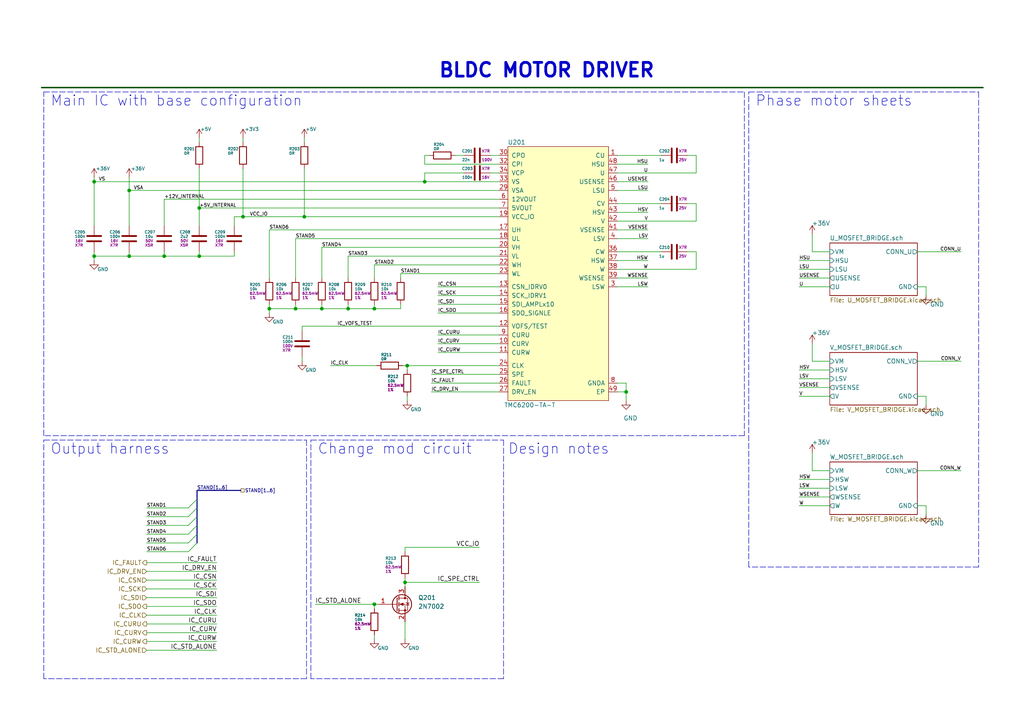
<source format=kicad_sch>
(kicad_sch (version 20211123) (generator eeschema)
  (paper "A4")
  (title_block (title "TMC6200-TA-T Eval Board") (date "2021-09-03") (rev "${REVISION}") (company "${COMPANY}") (comment 1 "${ENGINEER}") (comment 2 "${PHONE_NUMBER}") (comment 3 "${EMAIL}") (comment 4 "${SENTENCE}"))
  (lib_symbols
    (symbol "Device:C" (pin_numbers hide) (pin_names (offset 0.254))
      (property "Reference" "C" (at 0.635 2.54 0))
      (property "Value" "C" (at 0.635 -2.54 0))
      (symbol "C_0_1"
        (polyline (pts (xy -2.032 -0.762) (xy 2.032 -0.762)) (stroke (width 0.508)))
        (polyline (pts (xy -2.032 0.762) (xy 2.032 0.762)) (stroke (width 0.508)))
      )
      (symbol "C_1_1"
        (pin passive line (at 0 3.81 270) (length 2.794) (name "~") (number "1"))
        (pin passive line (at 0 -3.81 90) (length 2.794) (name "~") (number "2"))
      )
    )
    (symbol "Device:R" (pin_numbers hide) (pin_names (offset 0))
      (property "Reference" "R" (at 2.032 0 90))
      (property "Value" "R" (at 0 0 90))
      (symbol "R_0_1"
        (rectangle (start -1.016 -2.54) (end 1.016 2.54) (stroke (width 0.254)))
      )
      (symbol "R_1_1"
        (pin passive line (at 0 3.81 270) (length 1.27) (name "~") (number "1"))
        (pin passive line (at 0 -3.81 90) (length 1.27) (name "~") (number "2"))
      )
    )
    (symbol "Transistor_FET:2N7002" (pin_names hide)
      (property "Reference" "Q" (at 5.08 1.905 0))
      (property "Value" "2N7002" (at 5.08 0 0))
      (symbol "2N7002_0_1"
        (polyline (pts (xy 0.254 0) (xy -2.54 0)))
        (polyline (pts (xy 0.254 1.905) (xy 0.254 -1.905)) (stroke (width 0.254)))
        (polyline (pts (xy 0.762 -1.27) (xy 0.762 -2.286)) (stroke (width 0.254)))
        (polyline (pts (xy 0.762 0.508) (xy 0.762 -0.508)) (stroke (width 0.254)))
        (polyline (pts (xy 0.762 2.286) (xy 0.762 1.27)) (stroke (width 0.254)))
        (polyline (pts (xy 2.54 2.54) (xy 2.54 1.778)))
        (polyline (pts (xy 2.54 -2.54) (xy 2.54 0) (xy 0.762 0)))
        (polyline (pts (xy 0.762 -1.778) (xy 3.302 -1.778) (xy 3.302 1.778) (xy 0.762 1.778)))
        (polyline (pts (xy 1.016 0) (xy 2.032 0.381) (xy 2.032 -0.381) (xy 1.016 0)) (fill (type outline)))
        (polyline (pts (xy 2.794 0.508) (xy 2.921 0.381) (xy 3.683 0.381) (xy 3.81 0.254)))
        (polyline (pts (xy 3.302 0.381) (xy 2.921 -0.254) (xy 3.683 -0.254) (xy 3.302 0.381)))
        (circle (center 1.651 0) (radius 2.794) (stroke (width 0.254)))
        (circle (center 2.54 -1.778) (radius 0.254) (fill (type outline)))
        (circle (center 2.54 1.778) (radius 0.254) (fill (type outline)))
      )
      (symbol "2N7002_1_1"
        (pin input line (at -5.08 0 0) (length 2.54) (name "G") (number "1"))
        (pin passive line (at 2.54 -5.08 90) (length 2.54) (name "S") (number "2"))
        (pin passive line (at 2.54 5.08 270) (length 2.54) (name "D") (number "3"))
      )
    )
    (symbol "eval_board_tmc6200-ta:TMC6200-TA" (pin_names (offset 1.016))
      (property "Reference" "U" (at 1.27 1.27 0))
      (property "Value" "TMC6200-TA" (at 22.86 -74.93 0))
      (symbol "TMC6200-TA_0_1"
        (rectangle (start 0 0) (end 29.21 -73.66) (fill (type background)))
      )
      (symbol "TMC6200-TA_1_1"
        (pin passive line (at 31.75 -2.54 180) (length 2.54) (name "CU") (number "1"))
        (pin output line (at -2.54 -57.15 0) (length 2.54) (name "CURV") (number "10"))
        (pin output line (at -2.54 -59.69 0) (length 2.54) (name "CURW") (number "11"))
        (pin input line (at -2.54 -52.07 0) (length 2.54) (name "VOFS/TEST") (number "12"))
        (pin input line (at -2.54 -40.64 0) (length 2.54) (name "CSN_IDRV0") (number "13"))
        (pin input line (at -2.54 -43.18 0) (length 2.54) (name "SCK_IDRV1") (number "14"))
        (pin input line (at -2.54 -45.72 0) (length 2.54) (name "SDI_AMPLx10") (number "15"))
        (pin bidirectional line (at -2.54 -48.26 0) (length 2.54) (name "SDO_SIGNLE") (number "16"))
        (pin input line (at -2.54 -24.13 0) (length 2.54) (name "UH") (number "17"))
        (pin input line (at -2.54 -26.67 0) (length 2.54) (name "UL") (number "18"))
        (pin power_out line (at -2.54 -20.32 0) (length 2.54) (name "VCC_IO") (number "19"))
        (pin no_connect line (at 31.75 -43.815 180) (length 2.54) hide (name "NC") (number "2"))
        (pin input line (at -2.54 -29.21 0) (length 2.54) (name "VH") (number "20"))
        (pin input line (at -2.54 -31.75 0) (length 2.54) (name "VL") (number "21"))
        (pin input line (at -2.54 -34.29 0) (length 2.54) (name "WH") (number "22"))
        (pin input line (at -2.54 -36.83 0) (length 2.54) (name "WL") (number "23"))
        (pin input line (at -2.54 -63.5 0) (length 2.54) (name "CLK") (number "24"))
        (pin input line (at -2.54 -66.04 0) (length 2.54) (name "SPE") (number "25"))
        (pin output line (at -2.54 -68.58 0) (length 2.54) (name "FAULT") (number "26"))
        (pin input line (at -2.54 -71.12 0) (length 2.54) (name "DRV_EN") (number "27"))
        (pin no_connect line (at 31.75 -46.355 180) (length 2.54) hide (name "NC") (number "28"))
        (pin power_in line (at -2.54 -12.7 0) (length 2.54) (name "VSA") (number "29"))
        (pin output line (at 31.75 -40.64 180) (length 2.54) (name "LSW") (number "3"))
        (pin output line (at -2.54 -2.54 0) (length 2.54) (name "CPO") (number "30"))
        (pin no_connect line (at 31.75 -48.895 180) (length 2.54) hide (name "NC") (number "31"))
        (pin input line (at -2.54 -5.08 0) (length 2.54) (name "CPI") (number "32"))
        (pin power_in line (at -2.54 -10.16 0) (length 2.54) (name "VS") (number "33"))
        (pin passive line (at -2.54 -7.62 0) (length 2.54) (name "VCP") (number "34"))
        (pin no_connect line (at 31.75 -51.435 180) (length 2.54) hide (name "NC") (number "35"))
        (pin passive line (at 31.75 -30.48 180) (length 2.54) (name "CW") (number "36"))
        (pin output line (at 31.75 -33.02 180) (length 2.54) (name "HSW") (number "37"))
        (pin input line (at 31.75 -35.56 180) (length 2.54) (name "W") (number "38"))
        (pin input line (at 31.75 -38.1 180) (length 2.54) (name "WSENSE") (number "39"))
        (pin output line (at 31.75 -26.67 180) (length 2.54) (name "LSV") (number "4"))
        (pin no_connect line (at 31.75 -53.975 180) (length 2.54) hide (name "NC") (number "40"))
        (pin input line (at 31.75 -24.13 180) (length 2.54) (name "VSENSE") (number "41"))
        (pin input line (at 31.75 -21.59 180) (length 2.54) (name "V") (number "42"))
        (pin output line (at 31.75 -19.05 180) (length 2.54) (name "HSV") (number "43"))
        (pin passive line (at 31.75 -16.51 180) (length 2.54) (name "CV") (number "44"))
        (pin no_connect line (at 31.75 -56.515 180) (length 2.54) hide (name "NC") (number "45"))
        (pin input line (at 31.75 -10.16 180) (length 2.54) (name "USENSE") (number "46"))
        (pin input line (at 31.75 -7.62 180) (length 2.54) (name "U") (number "47"))
        (pin output line (at 31.75 -5.08 180) (length 2.54) (name "HSU") (number "48"))
        (pin input line (at 31.75 -71.12 180) (length 2.54) (name "EP") (number "49"))
        (pin output line (at 31.75 -12.7 180) (length 2.54) (name "LSU") (number "5"))
        (pin power_out line (at -2.54 -15.24 0) (length 2.54) (name "12VOUT") (number "6"))
        (pin power_out line (at -2.54 -17.78 0) (length 2.54) (name "5VOUT") (number "7"))
        (pin power_out line (at 31.75 -68.58 180) (length 2.54) (name "GNDA") (number "8"))
        (pin output line (at -2.54 -54.61 0) (length 2.54) (name "CURU") (number "9"))
      )
    )
    (symbol "power:+3.3V" (power) (pin_names (offset 0))
      (property "Value" "+3.3V" (at 0 3.556 0))
      (symbol "+3.3V_0_1"
        (polyline (pts (xy -0.762 1.27) (xy 0 2.54)))
        (polyline (pts (xy 0 0) (xy 0 2.54)))
        (polyline (pts (xy 0 2.54) (xy 0.762 1.27)))
      )
      (symbol "+3.3V_1_1"
        (pin power_in line (at 0 0 90) (length 0) hide (name "+3V3") (number "1"))
      )
    )
    (symbol "power:+36V" (power) (pin_names (offset 0))
      (property "Value" "+36V" (at 0 3.556 0))
      (symbol "+36V_0_1"
        (polyline (pts (xy -0.762 1.27) (xy 0 2.54)))
        (polyline (pts (xy 0 0) (xy 0 2.54)))
        (polyline (pts (xy 0 2.54) (xy 0.762 1.27)))
      )
      (symbol "+36V_1_1"
        (pin power_in line (at 0 0 90) (length 0) hide (name "+36V") (number "1"))
      )
    )
    (symbol "power:+5V" (power) (pin_names (offset 0))
      (property "Value" "+5V" (at 0 3.556 0))
      (symbol "+5V_0_1"
        (polyline (pts (xy -0.762 1.27) (xy 0 2.54)))
        (polyline (pts (xy 0 0) (xy 0 2.54)))
        (polyline (pts (xy 0 2.54) (xy 0.762 1.27)))
      )
      (symbol "+5V_1_1"
        (pin power_in line (at 0 0 90) (length 0) hide (name "+5V") (number "1"))
      )
    )
    (symbol "power:GND" (power) (pin_names (offset 0))
      (property "Value" "GND" (at 0 -3.81 0))
      (symbol "GND_0_1"
        (polyline (pts (xy 0 0) (xy 0 -1.27) (xy 1.27 -1.27) (xy 0 -2.54) (xy -1.27 -1.27) (xy 0 -1.27)))
      )
      (symbol "GND_1_1"
        (pin power_in line (at 0 0 270) (length 0) hide (name "GND") (number "1"))
      )
    )
  )
  (junction (at 57.785 74.295))
  (junction (at 70.485 62.865))
  (junction (at 57.785 60.325))
  (junction (at 100.965 89.535))
  (junction (at 78.105 89.535))
  (junction (at 108.585 175.26))
  (junction (at 88.265 62.865))
  (junction (at 85.725 89.535))
  (junction (at 117.475 168.91))
  (junction (at 27.305 74.295))
  (junction (at 37.465 55.245))
  (junction (at 47.625 74.295))
  (junction (at 27.305 52.705))
  (junction (at 181.61 113.665))
  (junction (at 37.465 74.295))
  (junction (at 123.19 52.705))
  (junction (at 108.585 89.535))
  (junction (at 93.345 89.535))
  (junction (at 118.11 106.045))
  (bus_entry (at 54.61 152.4) (size 2.54 -2.54))
  (bus_entry (at 54.61 160.02) (size 2.54 -2.54))
  (bus_entry (at 54.61 147.32) (size 2.54 -2.54))
  (bus_entry (at 54.61 157.48) (size 2.54 -2.54))
  (bus_entry (at 54.61 154.94) (size 2.54 -2.54))
  (bus_entry (at 54.61 149.86) (size 2.54 -2.54))
  (wire (pts (xy 93.345 71.755) (xy 93.345 80.645)))
  (wire (pts (xy 231.775 80.645) (xy 240.665 80.645)))
  (wire (pts (xy 240.665 141.605) (xy 231.775 141.605)))
  (polyline (pts (xy 215.9 26.67) (xy 215.9 126.365)))
  (wire (pts (xy 62.865 188.595) (xy 42.545 188.595)))
  (wire (pts (xy 88.265 48.895) (xy 88.265 62.865)))
  (wire (pts (xy 100.965 74.295) (xy 100.965 80.645)))
  (wire (pts (xy 108.585 76.835) (xy 144.78 76.835)))
  (wire (pts (xy 42.545 163.195) (xy 62.865 163.195)))
  (wire (pts (xy 27.305 65.405) (xy 27.305 52.705)))
  (wire (pts (xy 42.545 165.735) (xy 62.865 165.735)))
  (wire (pts (xy 70.485 48.895) (xy 70.485 62.865)))
  (wire (pts (xy 62.865 173.355) (xy 42.545 173.355)))
  (wire (pts (xy 57.785 40.005) (xy 57.785 41.275)))
  (wire (pts (xy 27.305 52.705) (xy 123.19 52.705)))
  (wire (pts (xy 201.93 73.025) (xy 201.93 78.105)))
  (wire (pts (xy 78.105 66.675) (xy 144.78 66.675)))
  (wire (pts (xy 27.305 75.565) (xy 27.305 74.295)))
  (wire (pts (xy 231.775 83.185) (xy 240.665 83.185)))
  (wire (pts (xy 181.61 111.125) (xy 181.61 113.665)))
  (wire (pts (xy 42.545 149.86) (xy 54.61 149.86)))
  (wire (pts (xy 199.39 59.055) (xy 201.93 59.055)))
  (wire (pts (xy 87.63 104.775) (xy 87.63 103.505)))
  (wire (pts (xy 144.78 102.235) (xy 127 102.235)))
  (wire (pts (xy 109.855 175.26) (xy 108.585 175.26)))
  (wire (pts (xy 181.61 113.665) (xy 179.07 113.665)))
  (wire (pts (xy 266.065 104.775) (xy 278.765 104.775)))
  (wire (pts (xy 27.305 74.295) (xy 37.465 74.295)))
  (polyline (pts (xy 12.7 127.635) (xy 88.9 127.635)))
  (wire (pts (xy 144.78 71.755) (xy 93.345 71.755)))
  (wire (pts (xy 123.19 47.625) (xy 123.19 45.085)))
  (wire (pts (xy 231.775 139.065) (xy 240.665 139.065)))
  (wire (pts (xy 117.475 168.91) (xy 117.475 170.18)))
  (wire (pts (xy 144.78 57.785) (xy 47.625 57.785)))
  (wire (pts (xy 144.78 94.615) (xy 87.63 94.615)))
  (wire (pts (xy 27.305 73.025) (xy 27.305 74.295)))
  (bus (pts (xy 57.15 144.78) (xy 57.15 147.32)))
  (wire (pts (xy 116.84 106.045) (xy 118.11 106.045)))
  (wire (pts (xy 70.485 62.865) (xy 67.945 62.865)))
  (wire (pts (xy 231.775 75.565) (xy 240.665 75.565)))
  (wire (pts (xy 199.39 45.085) (xy 201.93 45.085)))
  (wire (pts (xy 144.78 111.125) (xy 125.095 111.125)))
  (wire (pts (xy 123.19 47.625) (xy 144.78 47.625)))
  (wire (pts (xy 47.625 74.295) (xy 47.625 73.025)))
  (wire (pts (xy 179.07 69.215) (xy 187.96 69.215)))
  (wire (pts (xy 100.965 89.535) (xy 100.965 88.265)))
  (wire (pts (xy 87.63 94.615) (xy 87.63 95.885)))
  (wire (pts (xy 37.465 55.245) (xy 37.465 65.405)))
  (wire (pts (xy 144.78 60.325) (xy 57.785 60.325)))
  (wire (pts (xy 47.625 57.785) (xy 47.625 65.405)))
  (polyline (pts (xy 12.7 196.85) (xy 12.7 127.635)))
  (wire (pts (xy 199.39 73.025) (xy 201.93 73.025)))
  (polyline (pts (xy 217.17 164.465) (xy 217.17 26.67)))
  (wire (pts (xy 78.105 90.805) (xy 78.105 89.535)))
  (wire (pts (xy 116.205 89.535) (xy 108.585 89.535)))
  (wire (pts (xy 268.605 83.185) (xy 268.605 85.725)))
  (wire (pts (xy 108.585 80.645) (xy 108.585 76.835)))
  (wire (pts (xy 85.725 69.215) (xy 144.78 69.215)))
  (wire (pts (xy 123.19 45.085) (xy 124.46 45.085)))
  (wire (pts (xy 144.78 90.805) (xy 127 90.805)))
  (wire (pts (xy 88.265 41.275) (xy 88.265 40.005)))
  (wire (pts (xy 116.205 88.265) (xy 116.205 89.535)))
  (wire (pts (xy 109.22 106.045) (xy 95.885 106.045)))
  (wire (pts (xy 37.465 51.435) (xy 37.465 55.245)))
  (wire (pts (xy 179.07 83.185) (xy 187.96 83.185)))
  (polyline (pts (xy 146.05 196.85) (xy 90.17 196.85)))
  (wire (pts (xy 179.07 111.125) (xy 181.61 111.125)))
  (wire (pts (xy 240.665 104.775) (xy 235.585 104.775)))
  (wire (pts (xy 62.865 168.275) (xy 42.545 168.275)))
  (polyline (pts (xy 12.7 26.67) (xy 215.9 26.67)))
  (wire (pts (xy 144.78 74.295) (xy 100.965 74.295)))
  (wire (pts (xy 42.545 152.4) (xy 54.61 152.4)))
  (wire (pts (xy 144.78 50.165) (xy 142.24 50.165)))
  (wire (pts (xy 62.865 186.055) (xy 42.545 186.055)))
  (wire (pts (xy 144.78 99.695) (xy 127 99.695)))
  (wire (pts (xy 231.775 112.395) (xy 240.665 112.395)))
  (polyline (pts (xy 90.17 196.85) (xy 90.17 127.635)))
  (wire (pts (xy 27.305 51.435) (xy 27.305 52.705)))
  (wire (pts (xy 266.065 73.025) (xy 278.765 73.025)))
  (polyline (pts (xy 90.17 127.635) (xy 146.05 127.635)))
  (wire (pts (xy 181.61 116.205) (xy 181.61 113.665)))
  (wire (pts (xy 57.785 74.295) (xy 57.785 73.025)))
  (wire (pts (xy 42.545 157.48) (xy 54.61 157.48)))
  (wire (pts (xy 235.585 136.525) (xy 235.585 131.445)))
  (polyline (pts (xy 283.845 164.465) (xy 217.17 164.465)))
  (wire (pts (xy 144.78 88.265) (xy 127 88.265)))
  (wire (pts (xy 268.605 146.685) (xy 268.605 149.225)))
  (wire (pts (xy 78.105 66.675) (xy 78.105 80.645)))
  (wire (pts (xy 179.07 80.645) (xy 187.96 80.645)))
  (wire (pts (xy 144.78 62.865) (xy 88.265 62.865)))
  (wire (pts (xy 144.78 83.185) (xy 127 83.185)))
  (wire (pts (xy 179.07 45.085) (xy 191.77 45.085)))
  (wire (pts (xy 37.465 74.295) (xy 47.625 74.295)))
  (wire (pts (xy 108.585 176.53) (xy 108.585 175.26)))
  (wire (pts (xy 85.725 80.645) (xy 85.725 69.215)))
  (wire (pts (xy 62.865 175.895) (xy 42.545 175.895)))
  (wire (pts (xy 179.07 55.245) (xy 187.96 55.245)))
  (wire (pts (xy 179.07 47.625) (xy 187.96 47.625)))
  (wire (pts (xy 88.265 62.865) (xy 70.485 62.865)))
  (bus (pts (xy 57.15 149.86) (xy 57.15 152.4)))
  (wire (pts (xy 134.62 50.165) (xy 123.19 50.165)))
  (polyline (pts (xy 217.17 26.67) (xy 283.845 26.67)))
  (wire (pts (xy 42.545 178.435) (xy 62.865 178.435)))
  (wire (pts (xy 179.07 73.025) (xy 191.77 73.025)))
  (wire (pts (xy 235.585 104.775) (xy 235.585 99.695)))
  (wire (pts (xy 144.78 85.725) (xy 127 85.725)))
  (wire (pts (xy 85.725 89.535) (xy 85.725 88.265)))
  (wire (pts (xy 132.08 45.085) (xy 134.62 45.085)))
  (wire (pts (xy 268.605 114.935) (xy 268.605 117.475)))
  (wire (pts (xy 118.11 107.315) (xy 118.11 106.045)))
  (wire (pts (xy 266.065 136.525) (xy 278.765 136.525)))
  (wire (pts (xy 144.78 55.245) (xy 37.465 55.245)))
  (wire (pts (xy 240.665 78.105) (xy 231.775 78.105)))
  (wire (pts (xy 117.475 167.64) (xy 117.475 168.91)))
  (wire (pts (xy 57.785 48.895) (xy 57.785 60.325)))
  (wire (pts (xy 62.865 183.515) (xy 42.545 183.515)))
  (polyline (pts (xy 88.9 196.85) (xy 12.7 196.85)))
  (wire (pts (xy 108.585 175.26) (xy 91.44 175.26)))
  (wire (pts (xy 85.725 89.535) (xy 93.345 89.535)))
  (wire (pts (xy 93.345 89.535) (xy 100.965 89.535)))
  (wire (pts (xy 240.665 136.525) (xy 235.585 136.525)))
  (wire (pts (xy 42.545 160.02) (xy 54.61 160.02)))
  (wire (pts (xy 201.93 78.105) (xy 179.07 78.105)))
  (wire (pts (xy 142.24 45.085) (xy 144.78 45.085)))
  (wire (pts (xy 118.11 116.205) (xy 118.11 114.935)))
  (wire (pts (xy 67.945 62.865) (xy 67.945 65.405)))
  (wire (pts (xy 144.78 108.585) (xy 125.095 108.585)))
  (wire (pts (xy 117.475 160.02) (xy 117.475 158.75)))
  (wire (pts (xy 108.585 185.42) (xy 108.585 184.15)))
  (polyline (pts (xy 215.9 126.365) (xy 12.7 126.365)))
  (wire (pts (xy 266.065 114.935) (xy 268.605 114.935)))
  (wire (pts (xy 231.775 144.145) (xy 240.665 144.145)))
  (bus (pts (xy 57.15 154.94) (xy 57.15 157.48)))
  (wire (pts (xy 118.11 106.045) (xy 144.78 106.045)))
  (wire (pts (xy 67.945 74.295) (xy 67.945 73.025)))
  (wire (pts (xy 179.07 61.595) (xy 187.96 61.595)))
  (bus (pts (xy 57.15 152.4) (xy 57.15 154.94)))
  (wire (pts (xy 123.19 52.705) (xy 144.78 52.705)))
  (wire (pts (xy 201.93 50.165) (xy 179.07 50.165)))
  (polyline (pts (xy 88.9 127.635) (xy 88.9 196.85)))
  (wire (pts (xy 42.545 154.94) (xy 54.61 154.94)))
  (wire (pts (xy 231.775 107.315) (xy 240.665 107.315)))
  (wire (pts (xy 235.585 73.025) (xy 235.585 67.945)))
  (wire (pts (xy 179.07 52.705) (xy 187.96 52.705)))
  (wire (pts (xy 123.19 50.165) (xy 123.19 52.705)))
  (wire (pts (xy 100.965 89.535) (xy 108.585 89.535)))
  (wire (pts (xy 37.465 73.025) (xy 37.465 74.295)))
  (wire (pts (xy 117.475 185.42) (xy 117.475 180.34)))
  (bus (pts (xy 57.15 142.24) (xy 69.85 142.24)))
  (polyline (pts (xy 12.065 25.4) (xy 285.115 25.4)) (stroke (width 0.4064) (type solid) (color 0 72 0 1)))
  (wire (pts (xy 57.785 74.295) (xy 47.625 74.295)))
  (wire (pts (xy 117.475 168.91) (xy 139.065 168.91)))
  (wire (pts (xy 179.07 66.675) (xy 187.96 66.675)))
  (wire (pts (xy 240.665 114.935) (xy 231.775 114.935)))
  (wire (pts (xy 78.105 89.535) (xy 85.725 89.535)))
  (wire (pts (xy 57.785 60.325) (xy 57.785 65.405)))
  (wire (pts (xy 62.865 180.975) (xy 42.545 180.975)))
  (wire (pts (xy 201.93 64.135) (xy 179.07 64.135)))
  (wire (pts (xy 62.865 170.815) (xy 42.545 170.815)))
  (wire (pts (xy 144.78 113.665) (xy 125.095 113.665)))
  (polyline (pts (xy 146.05 127.635) (xy 146.05 196.85)))
  (wire (pts (xy 42.545 147.32) (xy 54.61 147.32)))
  (wire (pts (xy 70.485 40.005) (xy 70.485 41.275)))
  (wire (pts (xy 266.065 146.685) (xy 268.605 146.685)))
  (wire (pts (xy 67.945 74.295) (xy 57.785 74.295)))
  (wire (pts (xy 117.475 158.75) (xy 139.065 158.75)))
  (wire (pts (xy 201.93 59.055) (xy 201.93 64.135)))
  (bus (pts (xy 57.15 142.24) (xy 57.15 144.78)))
  (polyline (pts (xy 283.845 26.67) (xy 283.845 164.465)))
  (wire (pts (xy 179.07 75.565) (xy 187.96 75.565)))
  (polyline (pts (xy 12.7 126.365) (xy 12.7 26.67)))
  (wire (pts (xy 93.345 89.535) (xy 93.345 88.265)))
  (wire (pts (xy 201.93 45.085) (xy 201.93 50.165)))
  (wire (pts (xy 240.665 146.685) (xy 231.775 146.685)))
  (wire (pts (xy 240.665 73.025) (xy 235.585 73.025)))
  (wire (pts (xy 78.105 89.535) (xy 78.105 88.265)))
  (wire (pts (xy 179.07 59.055) (xy 191.77 59.055)))
  (wire (pts (xy 266.065 83.185) (xy 268.605 83.185)))
  (wire (pts (xy 116.205 79.375) (xy 116.205 80.645)))
  (wire (pts (xy 108.585 89.535) (xy 108.585 88.265)))
  (wire (pts (xy 240.665 109.855) (xy 231.775 109.855)))
  (wire (pts (xy 144.78 79.375) (xy 116.205 79.375)))
  (wire (pts (xy 144.78 97.155) (xy 127 97.155)))
  (bus (pts (xy 57.15 147.32) (xy 57.15 149.86)))
  (text "Output harness" (at 14.605 132.08 0) (effects (font (size 2.9972 2.9972)) (justify left bottom)))
  (text "Main IC with base configuration" (at 14.605 31.115 0) (effects (font (size 2.9972 2.9972)) (justify left bottom)))
  (text "Design notes" (at 147.32 132.08 0) (effects (font (size 2.9972 2.9972)) (justify left bottom)))
  (text "Phase motor sheets" (at 219.075 31.115 0) (effects (font (size 2.9972 2.9972)) (justify left bottom)))
  (text "BLDC MOTOR DRIVER" (at 127 22.86 0) (effects (font (size 3.9878 3.9878) (thickness 0.7976) bold) (justify left bottom)))
  (text "Change mod circuit" (at 92.075 132.08 0) (effects (font (size 2.9972 2.9972)) (justify left bottom)))
  (label "+12V_INTERNAL" (at 47.625 57.785 0) (effects (font (size 0.9906 0.9906))))
  (label "U" (at 231.775 83.185 0) (effects (font (size 0.9906 0.9906))))
  (label "V" (at 231.775 114.935 0) (effects (font (size 0.9906 0.9906))))
  (label "VSENSE" (at 187.96 66.675 180) (effects (font (size 0.9906 0.9906))))
  (label "IC_CLK" (at 95.885 106.045 0) (effects (font (size 0.9906 0.9906))))
  (label "IC_SDO" (at 62.865 175.895 180))
  (label "IC_CURV" (at 127 99.695 0) (effects (font (size 0.9906 0.9906))))
  (label "STAND4" (at 42.545 154.94 0) (effects (font (size 0.9906 0.9906))))
  (label "HSU" (at 187.96 47.625 180) (effects (font (size 0.9906 0.9906))))
  (label "IC_FAULT" (at 125.095 111.125 0) (effects (font (size 0.9906 0.9906))))
  (label "IC_SPE_CTRL" (at 139.065 168.91 180))
  (label "VCC_IO" (at 72.39 62.865 0) (effects (font (size 0.9906 0.9906))))
  (label "STAND1" (at 116.205 79.375 0) (effects (font (size 0.9906 0.9906))))
  (label "CONN_V" (at 278.765 104.775 180) (effects (font (size 0.9906 0.9906))))
  (label "V" (at 187.96 64.135 180) (effects (font (size 0.9906 0.9906))))
  (label "VSENSE" (at 231.775 112.395 0) (effects (font (size 0.9906 0.9906))))
  (label "IC_CURW" (at 127 102.235 0) (effects (font (size 0.9906 0.9906))))
  (label "LSU" (at 231.775 78.105 0) (effects (font (size 0.9906 0.9906))))
  (label "CONN_W" (at 278.765 136.525 180) (effects (font (size 0.9906 0.9906))))
  (label "IC_CSN" (at 127 83.185 0) (effects (font (size 0.9906 0.9906))))
  (label "STAND2" (at 108.585 76.835 0) (effects (font (size 0.9906 0.9906))))
  (label "STAND6" (at 42.545 160.02 0) (effects (font (size 0.9906 0.9906))))
  (label "IC_SDI" (at 127 88.265 0) (effects (font (size 0.9906 0.9906))))
  (label "W" (at 231.775 146.685 0) (effects (font (size 0.9906 0.9906))))
  (label "IC_FAULT" (at 62.865 163.195 180))
  (label "IC_SDO" (at 127 90.805 0) (effects (font (size 0.9906 0.9906))))
  (label "STAND2" (at 42.545 149.86 0) (effects (font (size 0.9906 0.9906))))
  (label "LSU" (at 187.96 55.245 180) (effects (font (size 0.9906 0.9906))))
  (label "LSW" (at 231.775 141.605 0) (effects (font (size 0.9906 0.9906))))
  (label "IC_DRV_EN" (at 62.865 165.735 180))
  (label "HSW" (at 187.96 75.565 180) (effects (font (size 0.9906 0.9906))))
  (label "U" (at 187.96 50.165 180) (effects (font (size 0.9906 0.9906))))
  (label "CONN_U" (at 278.765 73.025 180) (effects (font (size 0.9906 0.9906))))
  (label "STAND3" (at 100.965 74.295 0) (effects (font (size 0.9906 0.9906))))
  (label "STAND[1..6]" (at 57.15 142.24 0) (effects (font (size 0.9906 0.9906))))
  (label "STAND6" (at 78.105 66.675 0) (effects (font (size 0.9906 0.9906))))
  (label "IC_SCK" (at 127 85.725 0) (effects (font (size 0.9906 0.9906))))
  (label "IC_CLK" (at 62.865 178.435 180))
  (label "HSU" (at 231.775 75.565 0) (effects (font (size 0.9906 0.9906))))
  (label "IC_CURV" (at 62.865 183.515 180))
  (label "IC_DRV_EN" (at 125.095 113.665 0) (effects (font (size 0.9906 0.9906))))
  (label "STAND4" (at 93.345 71.755 0) (effects (font (size 0.9906 0.9906))))
  (label "STAND5" (at 85.725 69.215 0) (effects (font (size 0.9906 0.9906))))
  (label "W" (at 187.96 78.105 180) (effects (font (size 0.9906 0.9906))))
  (label "VSA" (at 38.735 55.245 0) (effects (font (size 0.9906 0.9906))))
  (label "LSV" (at 187.96 69.215 180) (effects (font (size 0.9906 0.9906))))
  (label "IC_VOFS_TEST" (at 97.79 94.615 0) (effects (font (size 0.9906 0.9906))))
  (label "+5V_INTERNAL" (at 57.785 60.325 0) (effects (font (size 0.9906 0.9906))))
  (label "VS" (at 28.575 52.705 0) (effects (font (size 0.9906 0.9906))))
  (label "IC_CSN" (at 62.865 168.275 180))
  (label "IC_CURW" (at 62.865 186.055 180))
  (label "HSV" (at 187.96 61.595 180) (effects (font (size 0.9906 0.9906))))
  (label "IC_SDI" (at 62.865 173.355 180))
  (label "USENSE" (at 187.96 52.705 180) (effects (font (size 0.9906 0.9906))))
  (label "IC_SPE_CTRL" (at 125.095 108.585 0) (effects (font (size 0.9906 0.9906))))
  (label "LSW" (at 187.96 83.185 180) (effects (font (size 0.9906 0.9906))))
  (label "IC_CURU" (at 127 97.155 0) (effects (font (size 0.9906 0.9906))))
  (label "WSENSE" (at 231.775 144.145 0) (effects (font (size 0.9906 0.9906))))
  (label "HSW" (at 231.775 139.065 0) (effects (font (size 0.9906 0.9906))))
  (label "VCC_IO" (at 139.065 158.75 180))
  (label "STAND3" (at 42.545 152.4 0) (effects (font (size 0.9906 0.9906))))
  (label "IC_STD_ALONE" (at 62.865 188.595 180))
  (label "LSV" (at 231.775 109.855 0) (effects (font (size 0.9906 0.9906))))
  (label "STAND5" (at 42.545 157.48 0) (effects (font (size 0.9906 0.9906))))
  (label "IC_STD_ALONE" (at 91.44 175.26 0))
  (label "USENSE" (at 231.775 80.645 0) (effects (font (size 0.9906 0.9906))))
  (label "IC_CURU" (at 62.865 180.975 180))
  (label "IC_SCK" (at 62.865 170.815 180))
  (label "STAND1" (at 42.545 147.32 0) (effects (font (size 0.9906 0.9906))))
  (label "HSV" (at 231.775 107.315 0) (effects (font (size 0.9906 0.9906))))
  (label "WSENSE" (at 187.96 80.645 180) (effects (font (size 0.9906 0.9906))))
  (hierarchical_label "IC_SCK" (shape input) (at 42.545 170.815 180))
  (hierarchical_label "IC_SDO" (shape output) (at 42.545 175.895 180))
  (hierarchical_label "IC_DRV_EN" (shape input) (at 42.545 165.735 180))
  (hierarchical_label "IC_CURW" (shape output) (at 42.545 186.055 180))
  (hierarchical_label "IC_FAULT" (shape output) (at 42.545 163.195 180))
  (hierarchical_label "IC_CURV" (shape output) (at 42.545 183.515 180))
  (hierarchical_label "IC_CURU" (shape output) (at 42.545 180.975 180))
  (hierarchical_label "IC_STD_ALONE" (shape input) (at 42.545 188.595 180))
  (hierarchical_label "IC_CSN" (shape input) (at 42.545 168.275 180))
  (hierarchical_label "IC_CLK" (shape input) (at 42.545 178.435 180))
  (hierarchical_label "IC_SDI" (shape input) (at 42.545 173.355 180))
  (hierarchical_label "STAND[1..6]" (shape passive) (at 69.85 142.24 0) (effects (font (size 0.9906 0.9906))))
  (symbol (lib_id "power:GND") (at 87.63 104.775 0) (unit 1)
    (property "Reference" "#PWR0211" (effects hide))
    (property "Value" "GND" (at 90.17 107.315 0) (effects (font (size 0.9906 0.9906))))
  )
  (symbol (lib_id "Device:R") (at 113.03 106.045 270) (mirror x) (unit 1)
    (property "Reference" "R211" (at 110.49 102.87 90) (effects (font (size 0.7874 0.7874)) (justify left)))
    (property "Value" "0R" (at 110.49 104.14 90) (effects (font (size 0.7874 0.7874)) (justify left)))
    (property "Footprint" "Resistor_SMD:R_0402_1005Metric" (effects hide))
    (property "Datasheet" "https://pl.mouser.com/datasheet/2/54/crxxxxx-1858361.pdf" (effects hide))
    (property "Manufacturer" "Bourns" (effects hide))
    (property "Package" "0402" (effects hide))
    (property "Part Number" "CR0402-J/-000GLF" (effects hide))
    (property "Nominal Power" "-" (effects hide))
    (property "Tolerance" "5%" (effects hide))
    (property "Voltage" "-" (effects hide))
    (property "Type" "Thick Film" (effects hide))
    (property "TempCo" "100PPM/C" (effects hide))
  )
  (symbol (lib_id "Device:R") (at 88.265 45.085 0) (mirror x) (unit 1)
    (property "Reference" "R203" (at 83.82 43.18 0) (effects (font (size 0.7874 0.7874)) (justify left)))
    (property "Value" "0R" (at 83.82 44.45 0) (effects (font (size 0.7874 0.7874)) (justify left)))
    (property "Footprint" "Resistor_SMD:R_0402_1005Metric" (effects hide))
    (property "Datasheet" "https://pl.mouser.com/datasheet/2/54/crxxxxx-1858361.pdf" (effects hide))
    (property "Manufacturer" "Bourns" (effects hide))
    (property "Package" "0402" (effects hide))
    (property "Part Number" "CR0402-J/-000GLF" (effects hide))
    (property "Nominal Power" "-" (effects hide))
    (property "Tolerance" "5%" (effects hide))
    (property "Voltage" "-" (effects hide))
    (property "Type" "Thick Film" (effects hide))
    (property "TempCo" "100PPM/C" (effects hide))
  )
  (symbol (lib_id "Device:C") (at 67.945 69.215 0) (unit 1)
    (property "Reference" "C209" (at 65.405 67.31 0) (effects (font (size 0.7874 0.7874)) (justify right)))
    (property "Value" "100n" (at 65.405 68.58 0) (effects (font (size 0.7874 0.7874)) (justify right)))
    (property "Footprint" "Capacitor_SMD:C_0603_1608Metric" (effects hide))
    (property "Datasheet" "https://pl.mouser.com/datasheet/2/396/mlcc02_e-1307760.pdf" (effects hide))
    (property "Manufacturer" "Taiyo Yuden" (effects hide))
    (property "Package" "0603" (effects hide))
    (property "Part Number" "EMK107B7104KA-T " (effects hide))
    (property "Description" "Multilayer Ceramic Capacitors MLCC - SMD/SMT 0603 16VDC 0.1uF 10% X7R " (effects hide))
    (property "DC Voltage" "16V" (at 64.77 69.85 0) (effects (font (size 0.7874 0.7874)) (justify right)))
    (property "Isolation Material" "X7R" (at 64.77 71.12 0) (effects (font (size 0.7874 0.7874)) (justify right)))
    (property "Tolerance" "10%" (effects hide))
    (property "Class" "Class 2" (effects hide))
  )
  (symbol (lib_id "power:GND") (at 268.605 117.475 0) (unit 1)
    (property "Reference" "#PWR0214" (effects hide))
    (property "Value" "GND" (at 271.78 120.015 0))
  )
  (symbol (lib_id "power:+36V") (at 37.465 51.435 0) (unit 1)
    (property "Reference" "#PWR0205" (effects hide))
    (property "Value" "+36V" (at 40.005 48.895 0) (effects (font (size 0.9906 0.9906))))
  )
  (symbol (lib_id "eval_board_tmc6200-ta:TMC6200-TA") (at 147.32 42.545 0) (unit 1)
    (property "Reference" "U201" (at 149.86 41.275 0))
    (property "Value" "TMC6200-TA-T" (at 153.67 117.475 0))
    (property "Footprint" "eval_board_tmc6200-ta:TMC6200-TA_eTQFP47" (effects hide))
    (property "Datasheet" "https://pl.mouser.com/datasheet/2/256/TMC6200_datasheet_Rev1_06-2237588.pdf" (effects hide))
  )
  (symbol (lib_id "Device:R") (at 93.345 84.455 0) (mirror x) (unit 1)
    (property "Reference" "R207" (at 87.63 82.55 0) (effects (font (size 0.7874 0.7874)) (justify left)))
    (property "Value" "10k" (at 87.63 83.82 0) (effects (font (size 0.7874 0.7874)) (justify left)))
    (property "Footprint" "Resistor_SMD:R_0402_1005Metric" (effects hide))
    (property "Datasheet" "https://pl.mouser.com/datasheet/2/447/PYu_RC_Group_51_RoHS_L_10-1664068.pdf" (effects hide))
    (property "Manufacturer" "Yageo " (effects hide))
    (property "Package" "0402" (effects hide))
    (property "Part Number" "RC0402FR-0710KL" (effects hide))
    (property "Nominal Power" "62.5mW" (at 87.63 85.09 0) (effects (font (size 0.7874 0.7874)) (justify left)))
    (property "Tolerance" "1%" (at 87.63 86.36 0) (effects (font (size 0.7874 0.7874)) (justify left)))
    (property "Voltage" "50V" (effects hide))
    (property "Type" "Thick Film" (effects hide))
    (property "TempCo" "100PPM/C" (effects hide))
  )
  (symbol (lib_id "Device:R") (at 116.205 84.455 0) (mirror x) (unit 1)
    (property "Reference" "R210" (at 110.49 82.55 0) (effects (font (size 0.7874 0.7874)) (justify left)))
    (property "Value" "10k" (at 110.49 83.82 0) (effects (font (size 0.7874 0.7874)) (justify left)))
    (property "Footprint" "Resistor_SMD:R_0402_1005Metric" (effects hide))
    (property "Datasheet" "https://pl.mouser.com/datasheet/2/447/PYu_RC_Group_51_RoHS_L_10-1664068.pdf" (effects hide))
    (property "Manufacturer" "Yageo " (effects hide))
    (property "Package" "0402" (effects hide))
    (property "Part Number" "RC0402FR-0710KL" (effects hide))
    (property "Nominal Power" "62.5mW" (at 110.49 85.09 0) (effects (font (size 0.7874 0.7874)) (justify left)))
    (property "Tolerance" "1%" (at 110.49 86.36 0) (effects (font (size 0.7874 0.7874)) (justify left)))
    (property "Voltage" "50V" (effects hide))
    (property "Type" "Thick Film" (effects hide))
    (property "TempCo" "100PPM/C" (effects hide))
  )
  (symbol (lib_id "Device:C") (at 195.58 59.055 90) (unit 1)
    (property "Reference" "C204" (at 191.135 57.785 90) (effects (font (size 0.7874 0.7874)) (justify right)))
    (property "Value" "1u" (at 191.135 60.325 90) (effects (font (size 0.7874 0.7874)) (justify right)))
    (property "Footprint" "Capacitor_SMD:C_0603_1608Metric" (effects hide))
    (property "Datasheet" "https://pl.mouser.com/datasheet/2/585/MLCC-1837944.pdf" (effects hide))
    (property "Manufacturer" "Samsung Electro-Mechanics" (effects hide))
    (property "Package" "0603" (effects hide))
    (property "Part Number" "CL10B105KA8NNNL" (effects hide))
    (property "Description" "Multilayer Ceramic Capacitors MLCC - SMD/SMT 1uF+/-10% 25V X7R 1608" (effects hide))
    (property "DC Voltage" "25V" (at 196.85 60.325 90) (effects (font (size 0.7874 0.7874)) (justify right)))
    (property "Isolation Material" "X7R" (at 196.85 57.785 90) (effects (font (size 0.7874 0.7874)) (justify right)))
    (property "Tolerance" "10%" (effects hide))
    (property "Class" "Class 2" (effects hide))
  )
  (symbol (lib_id "Device:C") (at 27.305 69.215 0) (unit 1)
    (property "Reference" "C205" (at 24.765 67.31 0) (effects (font (size 0.7874 0.7874)) (justify right)))
    (property "Value" "100n" (at 24.765 68.58 0) (effects (font (size 0.7874 0.7874)) (justify right)))
    (property "Footprint" "Capacitor_SMD:C_0603_1608Metric" (effects hide))
    (property "Datasheet" "https://pl.mouser.com/datasheet/2/396/mlcc02_e-1307760.pdf" (effects hide))
    (property "Manufacturer" "Taiyo Yuden" (effects hide))
    (property "Package" "0603" (effects hide))
    (property "Part Number" "EMK107B7104KA-T " (effects hide))
    (property "Description" "Multilayer Ceramic Capacitors MLCC - SMD/SMT 0603 16VDC 0.1uF 10% X7R " (effects hide))
    (property "DC Voltage" "16V" (at 24.13 69.85 0) (effects (font (size 0.7874 0.7874)) (justify right)))
    (property "Isolation Material" "X7R" (at 24.13 71.12 0) (effects (font (size 0.7874 0.7874)) (justify right)))
    (property "Tolerance" "10%" (effects hide))
    (property "Class" "Class 2" (effects hide))
  )
  (symbol (lib_id "Device:C") (at 195.58 73.025 90) (unit 1)
    (property "Reference" "C210" (at 191.135 71.755 90) (effects (font (size 0.7874 0.7874)) (justify right)))
    (property "Value" "1u" (at 191.135 74.295 90) (effects (font (size 0.7874 0.7874)) (justify right)))
    (property "Footprint" "Capacitor_SMD:C_0603_1608Metric" (effects hide))
    (property "Datasheet" "https://pl.mouser.com/datasheet/2/585/MLCC-1837944.pdf" (effects hide))
    (property "Manufacturer" "Samsung Electro-Mechanics" (effects hide))
    (property "Package" "0603" (effects hide))
    (property "Part Number" "CL10B105KA8NNNL" (effects hide))
    (property "Description" "Multilayer Ceramic Capacitors MLCC - SMD/SMT 1uF+/-10% 25V X7R 1608" (effects hide))
    (property "DC Voltage" "25V" (at 196.85 74.295 90) (effects (font (size 0.7874 0.7874)) (justify right)))
    (property "Isolation Material" "X7R" (at 196.85 71.755 90) (effects (font (size 0.7874 0.7874)) (justify right)))
    (property "Tolerance" "10%" (effects hide))
    (property "Class" "Class 2" (effects hide))
  )
  (symbol (lib_id "power:GND") (at 118.11 116.205 0) (unit 1)
    (property "Reference" "#PWR0212" (effects hide))
    (property "Value" "GND" (at 120.65 118.745 0) (effects (font (size 0.9906 0.9906))))
  )
  (symbol (lib_id "Device:C") (at 57.785 69.215 0) (unit 1)
    (property "Reference" "C208" (at 55.245 67.31 0) (effects (font (size 0.7874 0.7874)) (justify right)))
    (property "Value" "2u2" (at 54.61 68.58 0) (effects (font (size 0.7874 0.7874)) (justify right)))
    (property "Footprint" "Capacitor_SMD:C_0603_1608Metric" (effects hide))
    (property "Datasheet" "https://pl.mouser.com/datasheet/2/396/mlcc02_e-1307760.pdf" (effects hide))
    (property "Manufacturer" "Taiyo Yuden" (effects hide))
    (property "Package" "0603" (effects hide))
    (property "Part Number" "UMK107BBJ225KA-T" (effects hide))
    (property "Description" "Multilayer Ceramic Capacitors MLCC - SMD/SMT 0603 50VDC 2.2uF 10% X5R" (effects hide))
    (property "DC Voltage" "50V" (at 54.61 69.85 0) (effects (font (size 0.7874 0.7874)) (justify right)))
    (property "Isolation Material" "X5R" (at 54.61 71.12 0) (effects (font (size 0.7874 0.7874)) (justify right)))
    (property "Tolerance" "10%" (effects hide))
    (property "Class" "Class 2" (effects hide))
  )
  (symbol (lib_id "power:GND") (at 268.605 85.725 0) (unit 1)
    (property "Reference" "#PWR0208" (effects hide))
    (property "Value" "GND" (at 271.78 88.265 0))
  )
  (symbol (lib_id "Device:R") (at 100.965 84.455 0) (mirror x) (unit 1)
    (property "Reference" "R208" (at 95.25 82.55 0) (effects (font (size 0.7874 0.7874)) (justify left)))
    (property "Value" "10k" (at 95.25 83.82 0) (effects (font (size 0.7874 0.7874)) (justify left)))
    (property "Footprint" "Resistor_SMD:R_0402_1005Metric" (effects hide))
    (property "Datasheet" "https://pl.mouser.com/datasheet/2/447/PYu_RC_Group_51_RoHS_L_10-1664068.pdf" (effects hide))
    (property "Manufacturer" "Yageo " (effects hide))
    (property "Package" "0402" (effects hide))
    (property "Part Number" "RC0402FR-0710KL" (effects hide))
    (property "Nominal Power" "62.5mW" (at 95.25 85.09 0) (effects (font (size 0.7874 0.7874)) (justify left)))
    (property "Tolerance" "1%" (at 95.25 86.36 0) (effects (font (size 0.7874 0.7874)) (justify left)))
    (property "Voltage" "50V" (effects hide))
    (property "Type" "Thick Film" (effects hide))
    (property "TempCo" "100PPM/C" (effects hide))
  )
  (symbol (lib_id "power:GND") (at 108.585 185.42 0) (unit 1)
    (property "Reference" "#PWR0217" (effects hide))
    (property "Value" "GND" (at 111.125 187.96 0) (effects (font (size 0.9906 0.9906))))
  )
  (symbol (lib_id "Device:C") (at 87.63 99.695 0) (unit 1)
    (property "Reference" "C211" (at 81.915 97.79 0) (effects (font (size 0.7874 0.7874)) (justify left)))
    (property "Value" "100n" (at 81.915 99.06 0) (effects (font (size 0.7874 0.7874)) (justify left)))
    (property "Footprint" "Capacitor_SMD:C_0603_1608Metric" (effects hide))
    (property "Datasheet" "https://pl.mouser.com/datasheet/2/585/MLCC-1837944.pdf" (effects hide))
    (property "Manufacturer" "Samsung Electro-Mechanics" (effects hide))
    (property "Package" "0603" (effects hide))
    (property "Part Number" "CL10B104JB8NNNC" (effects hide))
    (property "Description" "Multilayer Ceramic Capacitors MLCC - SMD/SMT 100nF+/-5% 50V X7R 1608 " (effects hide))
    (property "DC Voltage" "100V" (at 81.915 100.33 0) (effects (font (size 0.7874 0.7874)) (justify left)))
    (property "Isolation Material" "X7R" (at 81.915 101.6 0) (effects (font (size 0.7874 0.7874)) (justify left)))
    (property "Tolerance" "5%" (effects hide))
    (property "Class" "Class 2" (effects hide))
  )
  (symbol (lib_id "Device:C") (at 195.58 45.085 90) (unit 1)
    (property "Reference" "C202" (at 191.135 43.815 90) (effects (font (size 0.7874 0.7874)) (justify right)))
    (property "Value" "1u" (at 191.135 46.355 90) (effects (font (size 0.7874 0.7874)) (justify right)))
    (property "Footprint" "Capacitor_SMD:C_0603_1608Metric" (effects hide))
    (property "Datasheet" "https://pl.mouser.com/datasheet/2/585/MLCC-1837944.pdf" (effects hide))
    (property "Manufacturer" "Samsung Electro-Mechanics" (effects hide))
    (property "Package" "0603" (effects hide))
    (property "Part Number" "CL10B105KA8NNNL" (effects hide))
    (property "Description" "Multilayer Ceramic Capacitors MLCC - SMD/SMT 1uF+/-10% 25V X7R 1608" (effects hide))
    (property "DC Voltage" "25V" (at 196.85 46.355 90) (effects (font (size 0.7874 0.7874)) (justify right)))
    (property "Isolation Material" "X7R" (at 196.85 43.815 90) (effects (font (size 0.7874 0.7874)) (justify right)))
    (property "Tolerance" "10%" (effects hide))
    (property "Class" "Class 2" (effects hide))
  )
  (symbol (lib_id "Transistor_FET:2N7002") (at 114.935 175.26 0) (unit 1)
    (property "Reference" "Q201" (at 121.285 173.355 0) (effects (justify left)))
    (property "Value" "2N7002" (at 121.285 175.895 0) (effects (justify left)))
    (property "Footprint" "Package_TO_SOT_SMD:SOT-23" (effects hide))
    (property "Datasheet" "https://www.onsemi.com/pub/Collateral/NDS7002A-D.PDF" (effects hide))
  )
  (symbol (lib_id "Device:C") (at 138.43 45.085 90) (unit 1)
    (property "Reference" "C201" (at 133.985 43.815 90) (effects (font (size 0.7874 0.7874)) (justify right)))
    (property "Value" "22n" (at 133.985 46.355 90) (effects (font (size 0.7874 0.7874)) (justify right)))
    (property "Footprint" "Capacitor_SMD:C_0603_1608Metric" (effects hide))
    (property "Datasheet" "https://product.tdk.com/system/files/dam/doc/product/capacitor/ceramic/mlcc/catalog/mlcc_automotive_midvoltage_en.pdf" (effects hide))
    (property "Manufacturer" "TDK" (effects hide))
    (property "Package" "0603" (effects hide))
    (property "Part Number" "CGA3E2X7R2A223K080AA" (effects hide))
    (property "Description" "Multilayer Ceramic Capacitors MLCC - SMD/SMT 0603 100V 0.022uF X7R 10% AEC-Q200 " (effects hide))
    (property "DC Voltage" "100V" (at 139.7 46.355 90) (effects (font (size 0.7874 0.7874)) (justify right)))
    (property "Isolation Material" "X7R" (at 139.7 43.815 90) (effects (font (size 0.7874 0.7874)) (justify right)))
    (property "Tolerance" "10%" (effects hide))
    (property "Class" "Class 2" (effects hide))
  )
  (symbol (lib_id "power:+5V") (at 57.785 40.005 0) (unit 1)
    (property "Reference" "#PWR0201" (effects hide))
    (property "Value" "+5V" (at 59.69 37.465 0) (effects (font (size 0.9906 0.9906))))
  )
  (symbol (lib_id "power:+36V") (at 235.585 99.695 0) (unit 1)
    (property "Reference" "#PWR0210" (effects hide))
    (property "Value" "+36V" (at 238.125 96.52 0))
  )
  (symbol (lib_id "Device:C") (at 138.43 50.165 90) (unit 1)
    (property "Reference" "C203" (at 133.985 48.895 90) (effects (font (size 0.7874 0.7874)) (justify right)))
    (property "Value" "100n" (at 133.985 51.435 90) (effects (font (size 0.7874 0.7874)) (justify right)))
    (property "Footprint" "Capacitor_SMD:C_0603_1608Metric" (effects hide))
    (property "Datasheet" "https://pl.mouser.com/datasheet/2/396/mlcc02_e-1307760.pdf" (effects hide))
    (property "Manufacturer" "Taiyo Yuden" (effects hide))
    (property "Package" "0603" (effects hide))
    (property "Part Number" "EMK107B7104KA-T " (effects hide))
    (property "Description" "Multilayer Ceramic Capacitors MLCC - SMD/SMT 0603 16VDC 0.1uF 10% X7R " (effects hide))
    (property "DC Voltage" "16V" (at 139.7 51.435 90) (effects (font (size 0.7874 0.7874)) (justify right)))
    (property "Isolation Material" "X7R" (at 139.7 48.895 90) (effects (font (size 0.7874 0.7874)) (justify right)))
    (property "Tolerance" "10%" (effects hide))
    (property "Class" "Class 2" (effects hide))
  )
  (symbol (lib_id "power:GND") (at 78.105 90.805 0) (unit 1)
    (property "Reference" "#PWR0209" (effects hide))
    (property "Value" "GND" (at 80.645 93.345 0) (effects (font (size 0.9906 0.9906))))
  )
  (symbol (lib_id "power:GND") (at 117.475 185.42 0) (unit 1)
    (property "Reference" "#PWR0218" (effects hide))
    (property "Value" "GND" (at 120.015 187.96 0) (effects (font (size 0.9906 0.9906))))
  )
  (symbol (lib_id "Device:R") (at 85.725 84.455 0) (mirror x) (unit 1)
    (property "Reference" "R206" (at 80.01 82.55 0) (effects (font (size 0.7874 0.7874)) (justify left)))
    (property "Value" "10k" (at 80.01 83.82 0) (effects (font (size 0.7874 0.7874)) (justify left)))
    (property "Footprint" "Resistor_SMD:R_0402_1005Metric" (effects hide))
    (property "Datasheet" "https://pl.mouser.com/datasheet/2/447/PYu_RC_Group_51_RoHS_L_10-1664068.pdf" (effects hide))
    (property "Manufacturer" "Yageo " (effects hide))
    (property "Package" "0402" (effects hide))
    (property "Part Number" "RC0402FR-0710KL" (effects hide))
    (property "Nominal Power" "62.5mW" (at 80.01 85.09 0) (effects (font (size 0.7874 0.7874)) (justify left)))
    (property "Tolerance" "1%" (at 80.01 86.36 0) (effects (font (size 0.7874 0.7874)) (justify left)))
    (property "Voltage" "50V" (effects hide))
    (property "Type" "Thick Film" (effects hide))
    (property "TempCo" "100PPM/C" (effects hide))
  )
  (symbol (lib_id "Device:R") (at 78.105 84.455 0) (mirror x) (unit 1)
    (property "Reference" "R205" (at 72.39 82.55 0) (effects (font (size 0.7874 0.7874)) (justify left)))
    (property "Value" "10k" (at 72.39 83.82 0) (effects (font (size 0.7874 0.7874)) (justify left)))
    (property "Footprint" "Resistor_SMD:R_0402_1005Metric" (effects hide))
    (property "Datasheet" "https://pl.mouser.com/datasheet/2/447/PYu_RC_Group_51_RoHS_L_10-1664068.pdf" (effects hide))
    (property "Manufacturer" "Yageo " (effects hide))
    (property "Package" "0402" (effects hide))
    (property "Part Number" "RC0402FR-0710KL" (effects hide))
    (property "Nominal Power" "62.5mW" (at 72.39 85.09 0) (effects (font (size 0.7874 0.7874)) (justify left)))
    (property "Tolerance" "1%" (at 72.39 86.36 0) (effects (font (size 0.7874 0.7874)) (justify left)))
    (property "Voltage" "50V" (effects hide))
    (property "Type" "Thick Film" (effects hide))
    (property "TempCo" "100PPM/C" (effects hide))
  )
  (symbol (lib_id "power:GND") (at 27.305 75.565 0) (unit 1)
    (property "Reference" "#PWR0207" (effects hide))
    (property "Value" "GND" (at 29.845 78.105 0) (effects (font (size 0.9906 0.9906))))
  )
  (symbol (lib_id "Device:R") (at 57.785 45.085 0) (mirror x) (unit 1)
    (property "Reference" "R201" (at 53.34 43.18 0) (effects (font (size 0.7874 0.7874)) (justify left)))
    (property "Value" "0R" (at 53.34 44.45 0) (effects (font (size 0.7874 0.7874)) (justify left)))
    (property "Footprint" "Resistor_SMD:R_0402_1005Metric" (effects hide))
    (property "Datasheet" "https://pl.mouser.com/datasheet/2/54/crxxxxx-1858361.pdf" (effects hide))
    (property "Manufacturer" "Bourns" (effects hide))
    (property "Package" "0402" (effects hide))
    (property "Part Number" "CR0402-J/-000GLF" (effects hide))
    (property "Nominal Power" "-" (effects hide))
    (property "Tolerance" "5%" (effects hide))
    (property "Voltage" "-" (effects hide))
    (property "Type" "Thick Film" (effects hide))
    (property "TempCo" "100PPM/C" (effects hide))
  )
  (symbol (lib_id "power:+36V") (at 235.585 131.445 0) (unit 1)
    (property "Reference" "#PWR0215" (effects hide))
    (property "Value" "+36V" (at 238.125 128.27 0))
  )
  (symbol (lib_id "Device:R") (at 70.485 45.085 0) (mirror x) (unit 1)
    (property "Reference" "R202" (at 66.04 43.18 0) (effects (font (size 0.7874 0.7874)) (justify left)))
    (property "Value" "0R" (at 66.04 44.45 0) (effects (font (size 0.7874 0.7874)) (justify left)))
    (property "Footprint" "Resistor_SMD:R_0402_1005Metric" (effects hide))
    (property "Datasheet" "https://pl.mouser.com/datasheet/2/54/crxxxxx-1858361.pdf" (effects hide))
    (property "Manufacturer" "Bourns" (effects hide))
    (property "Package" "0402" (effects hide))
    (property "Part Number" "CR0402-J/-000GLF" (effects hide))
    (property "Nominal Power" "-" (effects hide))
    (property "Tolerance" "5%" (effects hide))
    (property "Voltage" "-" (effects hide))
    (property "Type" "Thick Film" (effects hide))
    (property "TempCo" "100PPM/C" (effects hide))
  )
  (symbol (lib_id "power:+36V") (at 27.305 51.435 0) (unit 1)
    (property "Reference" "#PWR0204" (effects hide))
    (property "Value" "+36V" (at 29.845 48.895 0) (effects (font (size 0.9906 0.9906))))
  )
  (symbol (lib_id "Device:C") (at 37.465 69.215 0) (unit 1)
    (property "Reference" "C206" (at 34.925 67.31 0) (effects (font (size 0.7874 0.7874)) (justify right)))
    (property "Value" "100n" (at 34.925 68.58 0) (effects (font (size 0.7874 0.7874)) (justify right)))
    (property "Footprint" "Capacitor_SMD:C_0603_1608Metric" (effects hide))
    (property "Datasheet" "https://pl.mouser.com/datasheet/2/396/mlcc02_e-1307760.pdf" (effects hide))
    (property "Manufacturer" "Taiyo Yuden" (effects hide))
    (property "Package" "0603" (effects hide))
    (property "Part Number" "EMK107B7104KA-T " (effects hide))
    (property "Description" "Multilayer Ceramic Capacitors MLCC - SMD/SMT 0603 16VDC 0.1uF 10% X7R " (effects hide))
    (property "DC Voltage" "16V" (at 34.29 69.85 0) (effects (font (size 0.7874 0.7874)) (justify right)))
    (property "Isolation Material" "X7R" (at 34.29 71.12 0) (effects (font (size 0.7874 0.7874)) (justify right)))
    (property "Tolerance" "10%" (effects hide))
    (property "Class" "Class 2" (effects hide))
  )
  (symbol (lib_id "Device:R") (at 117.475 163.83 0) (mirror x) (unit 1)
    (property "Reference" "R213" (at 111.76 161.925 0) (effects (font (size 0.7874 0.7874)) (justify left)))
    (property "Value" "10k" (at 111.76 163.195 0) (effects (font (size 0.7874 0.7874)) (justify left)))
    (property "Footprint" "Resistor_SMD:R_0402_1005Metric" (effects hide))
    (property "Datasheet" "https://pl.mouser.com/datasheet/2/447/PYu_RC_Group_51_RoHS_L_10-1664068.pdf" (effects hide))
    (property "Manufacturer" "Yageo " (effects hide))
    (property "Package" "0402" (effects hide))
    (property "Part Number" "RC0402FR-0710KL" (effects hide))
    (property "Nominal Power" "62.5mW" (at 111.76 164.465 0) (effects (font (size 0.7874 0.7874)) (justify left)))
    (property "Tolerance" "1%" (at 111.76 165.735 0) (effects (font (size 0.7874 0.7874)) (justify left)))
    (property "Voltage" "50V" (effects hide))
    (property "Type" "Thick Film" (effects hide))
    (property "TempCo" "100PPM/C" (effects hide))
  )
  (symbol (lib_id "power:+3.3V") (at 70.485 40.005 0) (unit 1)
    (property "Reference" "#PWR0202" (effects hide))
    (property "Value" "+3.3V" (at 73.025 37.465 0) (effects (font (size 0.9906 0.9906))))
  )
  (symbol (lib_id "power:+5V") (at 88.265 40.005 0) (unit 1)
    (property "Reference" "#PWR0203" (effects hide))
    (property "Value" "+5V" (at 90.17 37.465 0) (effects (font (size 0.9906 0.9906))))
  )
  (symbol (lib_id "power:GND") (at 181.61 116.205 0) (unit 1)
    (property "Reference" "#PWR0213" (effects hide))
    (property "Value" "GND" (at 182.88 121.285 0))
  )
  (symbol (lib_id "Device:C") (at 47.625 69.215 0) (unit 1)
    (property "Reference" "C207" (at 45.085 67.31 0) (effects (font (size 0.7874 0.7874)) (justify right)))
    (property "Value" "10u" (at 44.45 68.58 0) (effects (font (size 0.7874 0.7874)) (justify right)))
    (property "Footprint" "Capacitor_SMD:C_1206_3216Metric" (effects hide))
    (property "Datasheet" "https://pl.mouser.com/datasheet/2/396/mlcc02_e-1307760.pdf" (effects hide))
    (property "Manufacturer" "Taiyo Yuden" (effects hide))
    (property "Package" "1206" (effects hide))
    (property "Part Number" "UMK316BBJ106KL-T" (effects hide))
    (property "Description" "Multilayer Ceramic Capacitors MLCC - SMD/SMT 1206 50VDC 10uF 10% X5R " (effects hide))
    (property "DC Voltage" "50V" (at 44.45 69.85 0) (effects (font (size 0.7874 0.7874)) (justify right)))
    (property "Isolation Material" "X5R" (at 44.45 71.12 0) (effects (font (size 0.7874 0.7874)) (justify right)))
    (property "Tolerance" "10%" (effects hide))
    (property "Class" "Class 2" (effects hide))
  )
  (symbol (lib_id "power:GND") (at 268.605 149.225 0) (unit 1)
    (property "Reference" "#PWR0216" (effects hide))
    (property "Value" "GND" (at 271.78 151.765 0))
  )
  (symbol (lib_id "Device:R") (at 118.11 111.125 0) (mirror x) (unit 1)
    (property "Reference" "R212" (at 112.395 109.22 0) (effects (font (size 0.7874 0.7874)) (justify left)))
    (property "Value" "10k" (at 112.395 110.49 0) (effects (font (size 0.7874 0.7874)) (justify left)))
    (property "Footprint" "Resistor_SMD:R_0402_1005Metric" (effects hide))
    (property "Datasheet" "https://pl.mouser.com/datasheet/2/447/PYu_RC_Group_51_RoHS_L_10-1664068.pdf" (effects hide))
    (property "Manufacturer" "Yageo " (effects hide))
    (property "Package" "0402" (effects hide))
    (property "Part Number" "RC0402FR-0710KL" (effects hide))
    (property "Nominal Power" "62.5mW" (at 112.395 111.76 0) (effects (font (size 0.7874 0.7874)) (justify left)))
    (property "Tolerance" "1%" (at 112.395 113.03 0) (effects (font (size 0.7874 0.7874)) (justify left)))
    (property "Voltage" "50V" (effects hide))
    (property "Type" "Thick Film" (effects hide))
    (property "TempCo" "100PPM/C" (effects hide))
  )
  (symbol (lib_id "Device:R") (at 108.585 84.455 0) (mirror x) (unit 1)
    (property "Reference" "R209" (at 102.87 82.55 0) (effects (font (size 0.7874 0.7874)) (justify left)))
    (property "Value" "10k" (at 102.87 83.82 0) (effects (font (size 0.7874 0.7874)) (justify left)))
    (property "Footprint" "Resistor_SMD:R_0402_1005Metric" (effects hide))
    (property "Datasheet" "https://pl.mouser.com/datasheet/2/447/PYu_RC_Group_51_RoHS_L_10-1664068.pdf" (effects hide))
    (property "Manufacturer" "Yageo " (effects hide))
    (property "Package" "0402" (effects hide))
    (property "Part Number" "RC0402FR-0710KL" (effects hide))
    (property "Nominal Power" "62.5mW" (at 102.87 85.09 0) (effects (font (size 0.7874 0.7874)) (justify left)))
    (property "Tolerance" "1%" (at 102.87 86.36 0) (effects (font (size 0.7874 0.7874)) (justify left)))
    (property "Voltage" "50V" (effects hide))
    (property "Type" "Thick Film" (effects hide))
    (property "TempCo" "100PPM/C" (effects hide))
  )
  (symbol (lib_id "Device:R") (at 108.585 180.34 0) (mirror x) (unit 1)
    (property "Reference" "R214" (at 102.87 178.435 0) (effects (font (size 0.7874 0.7874)) (justify left)))
    (property "Value" "10k" (at 102.87 179.705 0) (effects (font (size 0.7874 0.7874)) (justify left)))
    (property "Footprint" "Resistor_SMD:R_0402_1005Metric" (effects hide))
    (property "Datasheet" "https://pl.mouser.com/datasheet/2/447/PYu_RC_Group_51_RoHS_L_10-1664068.pdf" (effects hide))
    (property "Manufacturer" "Yageo " (effects hide))
    (property "Package" "0402" (effects hide))
    (property "Part Number" "RC0402FR-0710KL" (effects hide))
    (property "Nominal Power" "62.5mW" (at 102.87 180.975 0) (effects (font (size 0.7874 0.7874)) (justify left)))
    (property "Tolerance" "1%" (at 102.87 182.245 0) (effects (font (size 0.7874 0.7874)) (justify left)))
    (property "Voltage" "50V" (effects hide))
    (property "Type" "Thick Film" (effects hide))
    (property "TempCo" "100PPM/C" (effects hide))
  )
  (symbol (lib_id "power:+36V") (at 235.585 67.945 0) (unit 1)
    (property "Reference" "#PWR0206" (effects hide))
    (property "Value" "+36V" (at 238.125 64.77 0))
  )
  (symbol (lib_id "Device:R") (at 128.27 45.085 270) (mirror x) (unit 1)
    (property "Reference" "R204" (at 125.73 41.91 90) (effects (font (size 0.7874 0.7874)) (justify left)))
    (property "Value" "0R" (at 125.73 43.18 90) (effects (font (size 0.7874 0.7874)) (justify left)))
    (property "Footprint" "Resistor_SMD:R_0603_1608Metric" (effects hide))
    (property "Datasheet" "https://pl.mouser.com/datasheet/2/54/crxxxxx-1858361.pdf" (effects hide))
    (property "Manufacturer" "Bourns" (effects hide))
    (property "Package" "0603" (effects hide))
    (property "Part Number" "CR0603-J/-000ELF" (effects hide))
    (property "Nominal Power" "-" (effects hide))
    (property "Tolerance" "-" (effects hide))
    (property "Voltage" "-" (effects hide))
    (property "Type" "Thick Film" (effects hide))
    (property "TempCo" "-" (effects hide))
  )
  (sheet (at 240.665 102.235) (size 25.4 15.24)
    (property "Sheet name" "V_MOSFET_BRIDGE.sch" (at 240.665 101.5234 0) (effects (justify left bottom)))
    (property "Sheet file" "V_MOSFET_BRIDGE.kicad_sch" (at 240.665 118.0596 0) (effects (justify left top)))
    (pin "VM" input (at 240.665 104.775 180))
    (pin "GND" input (at 266.065 114.935 0))
    (pin "CONN_V" output (at 266.065 104.775 0))
    (pin "HSV" input (at 240.665 107.315 180))
    (pin "LSV" input (at 240.665 109.855 180))
    (pin "VSENSE" output (at 240.665 112.395 180))
    (pin "V" output (at 240.665 114.935 180))
  )
  (sheet (at 240.665 70.485) (size 25.4 15.24)
    (property "Sheet name" "U_MOSFET_BRIDGE.sch" (at 240.665 69.7734 0) (effects (justify left bottom)))
    (property "Sheet file" "U_MOSFET_BRIDGE.kicad_sch" (at 240.665 86.3096 0) (effects (justify left top)))
    (pin "VM" input (at 240.665 73.025 180))
    (pin "LSU" input (at 240.665 78.105 180))
    (pin "GND" input (at 266.065 83.185 0))
    (pin "HSU" input (at 240.665 75.565 180))
    (pin "CONN_U" output (at 266.065 73.025 0))
    (pin "USENSE" output (at 240.665 80.645 180))
    (pin "U" output (at 240.665 83.185 180))
  )
  (sheet (at 240.665 133.985) (size 25.4 15.24)
    (property "Sheet name" "W_MOSFET_BRIDGE.sch" (at 240.665 133.2734 0) (effects (justify left bottom)))
    (property "Sheet file" "W_MOSFET_BRIDGE.kicad_sch" (at 240.665 149.8096 0) (effects (justify left top)))
    (pin "VM" input (at 240.665 136.525 180))
    (pin "GND" input (at 266.065 146.685 0))
    (pin "CONN_W" output (at 266.065 136.525 0))
    (pin "HSW" input (at 240.665 139.065 180))
    (pin "LSW" input (at 240.665 141.605 180))
    (pin "WSENSE" output (at 240.665 144.145 180))
    (pin "W" output (at 240.665 146.685 180))
  )
)
</source>
